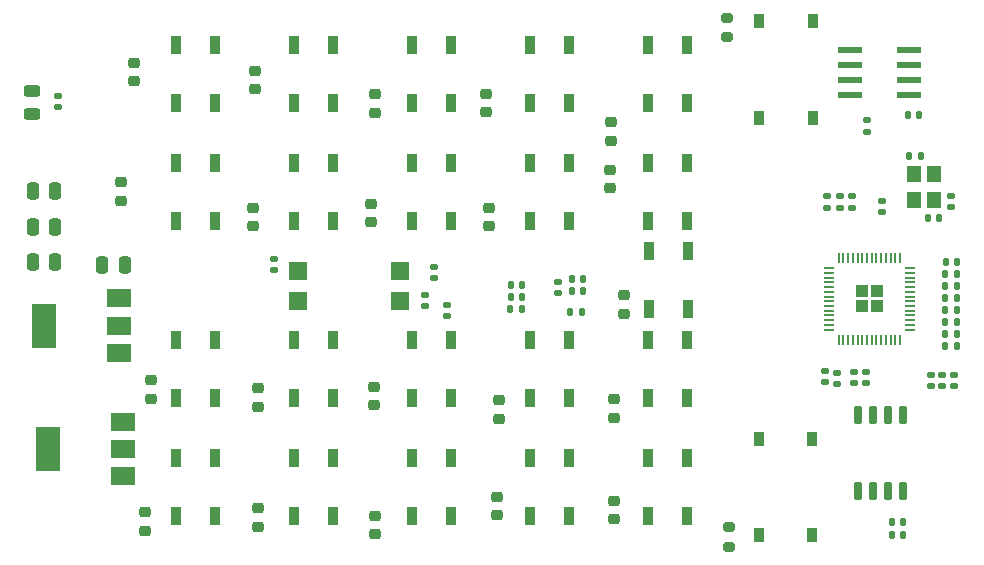
<source format=gbr>
G04 #@! TF.GenerationSoftware,KiCad,Pcbnew,7.99.0-1900-g89780d353a*
G04 #@! TF.CreationDate,2023-08-29T18:06:46+03:00*
G04 #@! TF.ProjectId,RP2040_minimal,52503230-3430-45f6-9d69-6e696d616c2e,REV1*
G04 #@! TF.SameCoordinates,Original*
G04 #@! TF.FileFunction,Paste,Top*
G04 #@! TF.FilePolarity,Positive*
%FSLAX46Y46*%
G04 Gerber Fmt 4.6, Leading zero omitted, Abs format (unit mm)*
G04 Created by KiCad (PCBNEW 7.99.0-1900-g89780d353a) date 2023-08-29 18:06:46*
%MOMM*%
%LPD*%
G01*
G04 APERTURE LIST*
G04 Aperture macros list*
%AMRoundRect*
0 Rectangle with rounded corners*
0 $1 Rounding radius*
0 $2 $3 $4 $5 $6 $7 $8 $9 X,Y pos of 4 corners*
0 Add a 4 corners polygon primitive as box body*
4,1,4,$2,$3,$4,$5,$6,$7,$8,$9,$2,$3,0*
0 Add four circle primitives for the rounded corners*
1,1,$1+$1,$2,$3*
1,1,$1+$1,$4,$5*
1,1,$1+$1,$6,$7*
1,1,$1+$1,$8,$9*
0 Add four rect primitives between the rounded corners*
20,1,$1+$1,$2,$3,$4,$5,0*
20,1,$1+$1,$4,$5,$6,$7,0*
20,1,$1+$1,$6,$7,$8,$9,0*
20,1,$1+$1,$8,$9,$2,$3,0*%
G04 Aperture macros list end*
%ADD10RoundRect,0.150000X0.150000X-0.650000X0.150000X0.650000X-0.150000X0.650000X-0.150000X-0.650000X0*%
%ADD11R,0.900000X1.500000*%
%ADD12RoundRect,0.140000X0.170000X-0.140000X0.170000X0.140000X-0.170000X0.140000X-0.170000X-0.140000X0*%
%ADD13RoundRect,0.225000X0.250000X-0.225000X0.250000X0.225000X-0.250000X0.225000X-0.250000X-0.225000X0*%
%ADD14RoundRect,0.041300X0.943700X0.253700X-0.943700X0.253700X-0.943700X-0.253700X0.943700X-0.253700X0*%
%ADD15RoundRect,0.140000X-0.140000X-0.170000X0.140000X-0.170000X0.140000X0.170000X-0.140000X0.170000X0*%
%ADD16RoundRect,0.140000X-0.170000X0.140000X-0.170000X-0.140000X0.170000X-0.140000X0.170000X0.140000X0*%
%ADD17RoundRect,0.250000X0.292217X0.292217X-0.292217X0.292217X-0.292217X-0.292217X0.292217X-0.292217X0*%
%ADD18RoundRect,0.050000X0.387500X0.050000X-0.387500X0.050000X-0.387500X-0.050000X0.387500X-0.050000X0*%
%ADD19RoundRect,0.050000X0.050000X0.387500X-0.050000X0.387500X-0.050000X-0.387500X0.050000X-0.387500X0*%
%ADD20RoundRect,0.250000X0.250000X0.475000X-0.250000X0.475000X-0.250000X-0.475000X0.250000X-0.475000X0*%
%ADD21R,1.200000X1.400000*%
%ADD22RoundRect,0.140000X0.140000X0.170000X-0.140000X0.170000X-0.140000X-0.170000X0.140000X-0.170000X0*%
%ADD23RoundRect,0.225000X-0.250000X0.225000X-0.250000X-0.225000X0.250000X-0.225000X0.250000X0.225000X0*%
%ADD24RoundRect,0.200000X0.275000X-0.200000X0.275000X0.200000X-0.275000X0.200000X-0.275000X-0.200000X0*%
%ADD25R,1.600000X1.600000*%
%ADD26R,2.000000X1.500000*%
%ADD27R,2.000000X3.800000*%
%ADD28R,0.900000X1.200000*%
%ADD29RoundRect,0.243750X0.456250X-0.243750X0.456250X0.243750X-0.456250X0.243750X-0.456250X-0.243750X0*%
G04 APERTURE END LIST*
D10*
X177221000Y-131748400D03*
X178491000Y-131748400D03*
X179761000Y-131748400D03*
X181031000Y-131748400D03*
X181031000Y-125348400D03*
X179761000Y-125348400D03*
X178491000Y-125348400D03*
X177221000Y-125348400D03*
D11*
X159456000Y-123898400D03*
X162756000Y-123898400D03*
X162756000Y-118998400D03*
X159456000Y-118998400D03*
D12*
X142376000Y-116978400D03*
X142376000Y-116018400D03*
D13*
X145974400Y-109342400D03*
X145974400Y-107792400D03*
X146774400Y-125647400D03*
X146774400Y-124097400D03*
X126164400Y-97752400D03*
X126164400Y-96202400D03*
X114764400Y-107202400D03*
X114764400Y-105652400D03*
D14*
X181511000Y-98253400D03*
X181511000Y-96983400D03*
X181511000Y-95713400D03*
X181511000Y-94443400D03*
X176561000Y-94443400D03*
X176561000Y-95713400D03*
X176561000Y-96983400D03*
X176561000Y-98253400D03*
D15*
X184596000Y-113418400D03*
X185556000Y-113418400D03*
D16*
X175386000Y-121758400D03*
X175386000Y-122718400D03*
D15*
X184596000Y-115448400D03*
X185556000Y-115448400D03*
X152946000Y-114838400D03*
X153906000Y-114838400D03*
D17*
X178791900Y-116157400D03*
X178791900Y-114882400D03*
X177516900Y-116157400D03*
X177516900Y-114882400D03*
D18*
X181591900Y-118119900D03*
X181591900Y-117719900D03*
X181591900Y-117319900D03*
X181591900Y-116919900D03*
X181591900Y-116519900D03*
X181591900Y-116119900D03*
X181591900Y-115719900D03*
X181591900Y-115319900D03*
X181591900Y-114919900D03*
X181591900Y-114519900D03*
X181591900Y-114119900D03*
X181591900Y-113719900D03*
X181591900Y-113319900D03*
X181591900Y-112919900D03*
D19*
X180754400Y-112082400D03*
X180354400Y-112082400D03*
X179954400Y-112082400D03*
X179554400Y-112082400D03*
X179154400Y-112082400D03*
X178754400Y-112082400D03*
X178354400Y-112082400D03*
X177954400Y-112082400D03*
X177554400Y-112082400D03*
X177154400Y-112082400D03*
X176754400Y-112082400D03*
X176354400Y-112082400D03*
X175954400Y-112082400D03*
X175554400Y-112082400D03*
D18*
X174716900Y-112919900D03*
X174716900Y-113319900D03*
X174716900Y-113719900D03*
X174716900Y-114119900D03*
X174716900Y-114519900D03*
X174716900Y-114919900D03*
X174716900Y-115319900D03*
X174716900Y-115719900D03*
X174716900Y-116119900D03*
X174716900Y-116519900D03*
X174716900Y-116919900D03*
X174716900Y-117319900D03*
X174716900Y-117719900D03*
X174716900Y-118119900D03*
D19*
X175554400Y-118957400D03*
X175954400Y-118957400D03*
X176354400Y-118957400D03*
X176754400Y-118957400D03*
X177154400Y-118957400D03*
X177554400Y-118957400D03*
X177954400Y-118957400D03*
X178354400Y-118957400D03*
X178754400Y-118957400D03*
X179154400Y-118957400D03*
X179554400Y-118957400D03*
X179954400Y-118957400D03*
X180354400Y-118957400D03*
X180754400Y-118957400D03*
D11*
X129456000Y-108898400D03*
X132756000Y-108898400D03*
X132756000Y-103998400D03*
X129456000Y-103998400D03*
D15*
X152946000Y-113848400D03*
X153906000Y-113848400D03*
D12*
X179196000Y-108168400D03*
X179196000Y-107208400D03*
D20*
X115116000Y-112648400D03*
X113216000Y-112648400D03*
D11*
X149456000Y-133898400D03*
X152756000Y-133898400D03*
X152756000Y-128998400D03*
X149456000Y-128998400D03*
D13*
X136274400Y-135422400D03*
X136274400Y-133872400D03*
D21*
X183664400Y-107122400D03*
X183664400Y-104922400D03*
X181964400Y-104922400D03*
X181964400Y-107122400D03*
D16*
X127726000Y-112108400D03*
X127726000Y-113068400D03*
D15*
X180046000Y-135468400D03*
X181006000Y-135468400D03*
D11*
X119456000Y-123898400D03*
X122756000Y-123898400D03*
X122756000Y-118998400D03*
X119456000Y-118998400D03*
X149456000Y-108898400D03*
X152756000Y-108898400D03*
X152756000Y-103998400D03*
X149456000Y-103998400D03*
D20*
X109226000Y-106398400D03*
X107326000Y-106398400D03*
D12*
X174546000Y-107788400D03*
X174546000Y-106828400D03*
D15*
X152836000Y-116618400D03*
X153796000Y-116618400D03*
D11*
X119456000Y-98898400D03*
X122756000Y-98898400D03*
X122756000Y-93998400D03*
X119456000Y-93998400D03*
D22*
X185556000Y-119478400D03*
X184596000Y-119478400D03*
D12*
X185096000Y-107728400D03*
X185096000Y-106768400D03*
D15*
X184616000Y-112388400D03*
X185576000Y-112388400D03*
D11*
X129456000Y-98898400D03*
X132756000Y-98898400D03*
X132756000Y-93998400D03*
X129456000Y-93998400D03*
X129456000Y-133898400D03*
X132756000Y-133898400D03*
X132756000Y-128998400D03*
X129456000Y-128998400D03*
D23*
X156186000Y-104563400D03*
X156186000Y-106113400D03*
D16*
X140576000Y-115188400D03*
X140576000Y-116148400D03*
X151776000Y-114078400D03*
X151776000Y-115038400D03*
X141326000Y-112828400D03*
X141326000Y-113788400D03*
D24*
X166276000Y-136508400D03*
X166276000Y-134858400D03*
D13*
X117316000Y-123958400D03*
X117316000Y-122408400D03*
D24*
X166106000Y-93363400D03*
X166106000Y-91713400D03*
D22*
X184096000Y-108668400D03*
X183136000Y-108668400D03*
D13*
X156514400Y-125582400D03*
X156514400Y-124032400D03*
X156516000Y-134153400D03*
X156516000Y-132603400D03*
D25*
X129816000Y-113198400D03*
X129816000Y-115738400D03*
X138436000Y-115738400D03*
X138436000Y-113198400D03*
D11*
X149456000Y-98898400D03*
X152756000Y-98898400D03*
X152756000Y-93998400D03*
X149456000Y-93998400D03*
D12*
X175666000Y-107788400D03*
X175666000Y-106828400D03*
D11*
X159456000Y-108898400D03*
X162756000Y-108898400D03*
X162756000Y-103998400D03*
X159456000Y-103998400D03*
D13*
X115914400Y-97072400D03*
X115914400Y-95522400D03*
X156286000Y-102133400D03*
X156286000Y-100583400D03*
D11*
X119456000Y-133898400D03*
X122756000Y-133898400D03*
X122756000Y-128998400D03*
X119456000Y-128998400D03*
D16*
X184346000Y-121958400D03*
X184346000Y-122918400D03*
D26*
X114614400Y-120072400D03*
X114614400Y-117772400D03*
D27*
X108314400Y-117772400D03*
D26*
X114614400Y-115472400D03*
D11*
X159466000Y-116348400D03*
X162766000Y-116348400D03*
X162766000Y-111448400D03*
X159466000Y-111448400D03*
X139456000Y-133898400D03*
X142756000Y-133898400D03*
X142756000Y-128998400D03*
X139456000Y-128998400D03*
D13*
X126404400Y-134807400D03*
X126404400Y-133257400D03*
D15*
X147776000Y-114348400D03*
X148736000Y-114348400D03*
D16*
X174376000Y-121588400D03*
X174376000Y-122548400D03*
X185346000Y-121958400D03*
X185346000Y-122918400D03*
D13*
X126384400Y-124637400D03*
X126384400Y-123087400D03*
D28*
X168806000Y-127348400D03*
X168806000Y-135548400D03*
X173306000Y-127348400D03*
X173306000Y-135548400D03*
D13*
X116826000Y-135153400D03*
X116826000Y-133603400D03*
X135944400Y-109002400D03*
X135944400Y-107452400D03*
X136214400Y-124502400D03*
X136214400Y-122952400D03*
D15*
X181396000Y-99908400D03*
X182356000Y-99908400D03*
D13*
X125934400Y-109362400D03*
X125934400Y-107812400D03*
D28*
X173346000Y-100178400D03*
X173346000Y-91978400D03*
X168846000Y-100178400D03*
X168846000Y-91978400D03*
D12*
X176666000Y-107788400D03*
X176666000Y-106828400D03*
D15*
X147756000Y-116398400D03*
X148716000Y-116398400D03*
D11*
X139456000Y-108898400D03*
X142756000Y-108898400D03*
X142756000Y-103998400D03*
X139456000Y-103998400D03*
D29*
X107236000Y-99828400D03*
X107236000Y-97953400D03*
D15*
X184596000Y-114448400D03*
X185556000Y-114448400D03*
D11*
X159456000Y-98898400D03*
X162756000Y-98898400D03*
X162756000Y-93998400D03*
X159456000Y-93998400D03*
X139456000Y-123898400D03*
X142756000Y-123898400D03*
X142756000Y-118998400D03*
X139456000Y-118998400D03*
X149456000Y-123898400D03*
X152756000Y-123898400D03*
X152756000Y-118998400D03*
X149456000Y-118998400D03*
D20*
X109226000Y-112418400D03*
X107326000Y-112418400D03*
D11*
X139456000Y-98898400D03*
X142756000Y-98898400D03*
X142756000Y-93998400D03*
X139456000Y-93998400D03*
D20*
X109226000Y-109408400D03*
X107326000Y-109408400D03*
D16*
X177996000Y-100398400D03*
X177996000Y-101358400D03*
D26*
X114956000Y-130538400D03*
X114956000Y-128238400D03*
D27*
X108656000Y-128238400D03*
D26*
X114956000Y-125938400D03*
D11*
X159456000Y-133898400D03*
X162756000Y-133898400D03*
X162756000Y-128998400D03*
X159456000Y-128998400D03*
D23*
X157416000Y-115213400D03*
X157416000Y-116763400D03*
D11*
X129456000Y-123898400D03*
X132756000Y-123898400D03*
X132756000Y-118998400D03*
X129456000Y-118998400D03*
D15*
X184596000Y-117438400D03*
X185556000Y-117438400D03*
X147776000Y-115338400D03*
X148736000Y-115338400D03*
D12*
X177896000Y-122678400D03*
X177896000Y-121718400D03*
D22*
X180996000Y-134448400D03*
X180036000Y-134448400D03*
D11*
X119456000Y-108898400D03*
X122756000Y-108898400D03*
X122756000Y-103998400D03*
X119456000Y-103998400D03*
D13*
X145664400Y-99732400D03*
X145664400Y-98182400D03*
D15*
X184596000Y-116448400D03*
X185556000Y-116448400D03*
D12*
X176826000Y-122668400D03*
X176826000Y-121708400D03*
X109436000Y-99298400D03*
X109436000Y-98338400D03*
D13*
X136284400Y-99762400D03*
X136284400Y-98212400D03*
D16*
X183346000Y-121958400D03*
X183346000Y-122918400D03*
D15*
X181536000Y-103378400D03*
X182496000Y-103378400D03*
X184596000Y-118478400D03*
X185556000Y-118478400D03*
D13*
X146616000Y-133813400D03*
X146616000Y-132263400D03*
M02*

</source>
